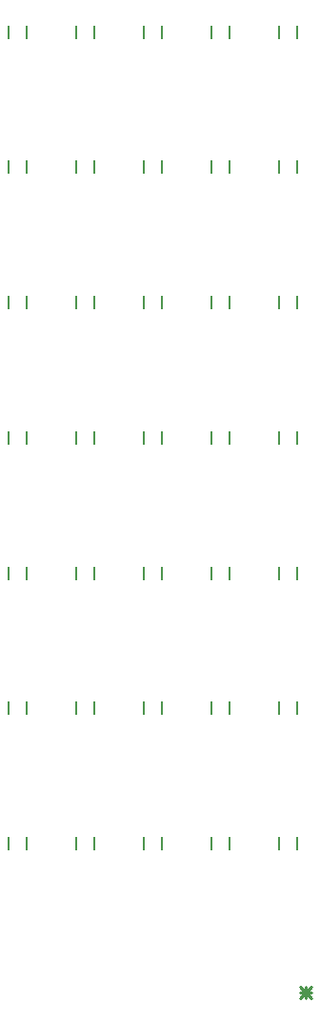
<source format=gbo>
G04*
G04 #@! TF.GenerationSoftware,Altium Limited,Altium Designer,24.1.2 (44)*
G04*
G04 Layer_Color=32896*
%FSLAX44Y44*%
%MOMM*%
G71*
G04*
G04 #@! TF.SameCoordinates,19925CEE-E599-4C59-BD36-36AD13F6144B*
G04*
G04*
G04 #@! TF.FilePolarity,Positive*
G04*
G01*
G75*
%ADD18C,0.2000*%
%ADD19C,0.2540*%
D18*
X72355Y468887D02*
Y479887D01*
X88356Y468887D02*
Y479887D01*
X132355Y468887D02*
Y479887D01*
X148356Y468887D02*
Y479887D01*
X132355Y348887D02*
Y359887D01*
X148356Y348887D02*
Y359887D01*
X192355Y468887D02*
Y479887D01*
X208356Y468887D02*
Y479887D01*
X192355Y348887D02*
Y359887D01*
X208356Y348887D02*
Y359887D01*
X252355Y468887D02*
Y479887D01*
X268356Y468887D02*
Y479887D01*
X252355Y348887D02*
Y359887D01*
X268356Y348887D02*
Y359887D01*
X312355Y348887D02*
Y359887D01*
X328355Y348887D02*
Y359887D01*
X312355Y468887D02*
Y479887D01*
X328355Y468887D02*
Y479887D01*
X72355Y708887D02*
Y719887D01*
X88356Y708887D02*
Y719887D01*
X132355Y708887D02*
Y719887D01*
X148356Y708887D02*
Y719887D01*
X132355Y588887D02*
Y599887D01*
X148356Y588887D02*
Y599887D01*
X192355Y708887D02*
Y719887D01*
X208356Y708887D02*
Y719887D01*
X192355Y588887D02*
Y599887D01*
X208356Y588887D02*
Y599887D01*
X252355Y588887D02*
Y599887D01*
X268356Y588887D02*
Y599887D01*
X252355Y708887D02*
Y719887D01*
X268356Y708887D02*
Y719887D01*
X312355Y708887D02*
Y719887D01*
X328355Y708887D02*
Y719887D01*
X312355Y588887D02*
Y599887D01*
X328355Y588887D02*
Y599887D01*
X72355Y348887D02*
Y359887D01*
X88356Y348887D02*
Y359887D01*
X132355Y948887D02*
Y959887D01*
X148356Y948887D02*
Y959887D01*
X192355Y948887D02*
Y959887D01*
X208356Y948887D02*
Y959887D01*
X252355Y948887D02*
Y959887D01*
X268356Y948887D02*
Y959887D01*
X312355Y948887D02*
Y959887D01*
X328355Y948887D02*
Y959887D01*
X72355Y588887D02*
Y599887D01*
X88356Y588887D02*
Y599887D01*
X72355Y828887D02*
Y839887D01*
X88356Y828887D02*
Y839887D01*
X72355Y1068887D02*
Y1079887D01*
X88356Y1068887D02*
Y1079887D01*
X312355Y1068887D02*
Y1079887D01*
X328355Y1068887D02*
Y1079887D01*
X252355Y1068887D02*
Y1079887D01*
X268356Y1068887D02*
Y1079887D01*
X72355Y948887D02*
Y959887D01*
X88356Y948887D02*
Y959887D01*
X132355Y1068887D02*
Y1079887D01*
X148356Y1068887D02*
Y1079887D01*
X132355Y828887D02*
Y839887D01*
X148356Y828887D02*
Y839887D01*
X192355Y1068887D02*
Y1079887D01*
X208356Y1068887D02*
Y1079887D01*
X192355Y828887D02*
Y839887D01*
X208356Y828887D02*
Y839887D01*
X252355Y828887D02*
Y839887D01*
X268356Y828887D02*
Y839887D01*
X312355Y828887D02*
Y839887D01*
X328355Y828887D02*
Y839887D01*
D19*
X341078Y227078D02*
X330922Y216922D01*
X341078D02*
X330922Y227078D01*
X341078Y222000D02*
X330922D01*
X336000Y216922D02*
Y227078D01*
M02*

</source>
